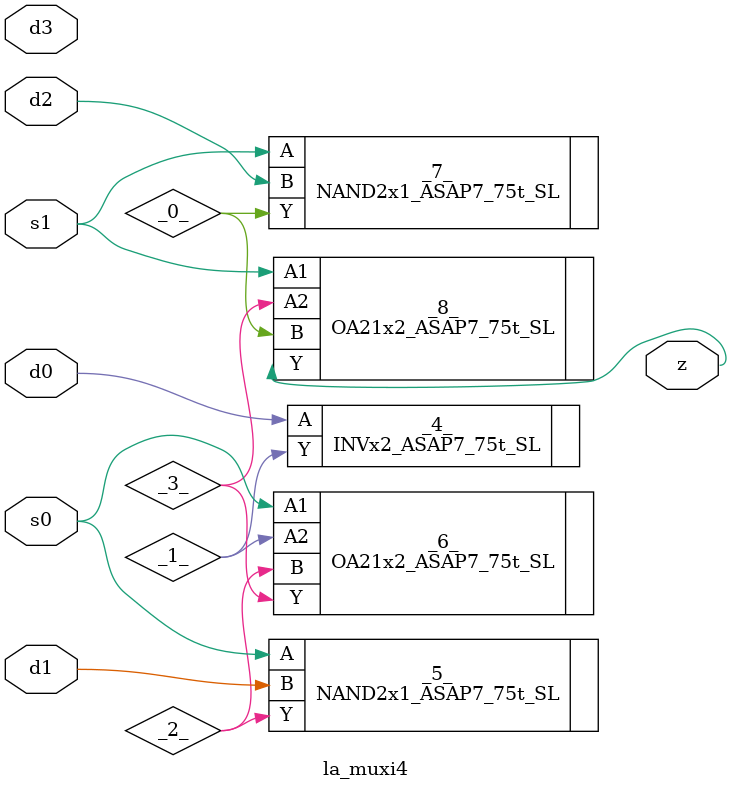
<source format=v>

/* Generated by Yosys 0.37 (git sha1 a5c7f69ed, clang 14.0.0-1ubuntu1.1 -fPIC -Os) */

module la_muxi4(d0, d1, d2, d3, s0, s1, z);
  wire _0_;
  wire _1_;
  wire _2_;
  wire _3_;
  input d0;
  wire d0;
  input d1;
  wire d1;
  input d2;
  wire d2;
  input d3;
  wire d3;
  input s0;
  wire s0;
  input s1;
  wire s1;
  output z;
  wire z;
  INVx2_ASAP7_75t_SL _4_ (
    .A(d0),
    .Y(_1_)
  );
  NAND2x1_ASAP7_75t_SL _5_ (
    .A(s0),
    .B(d1),
    .Y(_2_)
  );
  OA21x2_ASAP7_75t_SL _6_ (
    .A1(s0),
    .A2(_1_),
    .B(_2_),
    .Y(_3_)
  );
  NAND2x1_ASAP7_75t_SL _7_ (
    .A(s1),
    .B(d2),
    .Y(_0_)
  );
  OA21x2_ASAP7_75t_SL _8_ (
    .A1(s1),
    .A2(_3_),
    .B(_0_),
    .Y(z)
  );
endmodule

</source>
